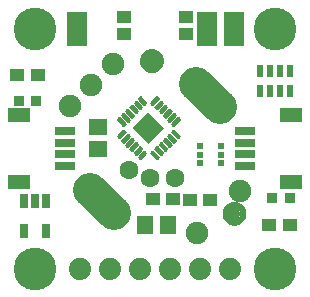
<source format=gbr>
G04 EAGLE Gerber RS-274X export*
G75*
%MOMM*%
%FSLAX34Y34*%
%LPD*%
%INSoldermask Top*%
%IPPOS*%
%AMOC8*
5,1,8,0,0,1.08239X$1,22.5*%
G01*
%ADD10C,0.240406*%
%ADD11R,1.879600X1.879600*%
%ADD12R,1.176600X1.101600*%
%ADD13R,1.651000X2.921000*%
%ADD14C,1.601600*%
%ADD15C,1.901600*%
%ADD16C,2.901600*%
%ADD17R,1.601600X1.341600*%
%ADD18R,0.651600X1.301600*%
%ADD19R,1.341600X1.601600*%
%ADD20R,0.551600X1.001600*%
%ADD21R,0.601600X0.601600*%
%ADD22R,0.601600X0.501600*%
%ADD23C,1.879600*%
%ADD24C,3.617600*%
%ADD25R,1.651600X0.701600*%
%ADD26R,1.901600X1.301600*%
%ADD27C,1.101600*%
%ADD28C,0.469900*%
%ADD29R,0.901600X0.901600*%
%ADD30R,1.301600X1.001600*%


D10*
X147229Y151667D02*
X142555Y146993D01*
X141557Y147991D01*
X146231Y152665D01*
X147229Y151667D01*
X144839Y149277D02*
X142843Y149277D01*
X145127Y151561D02*
X147123Y151561D01*
X143693Y155203D02*
X139019Y150529D01*
X138021Y151527D01*
X142695Y156201D01*
X143693Y155203D01*
X141303Y152813D02*
X139307Y152813D01*
X141591Y155097D02*
X143587Y155097D01*
X140158Y158738D02*
X135484Y154064D01*
X134486Y155062D01*
X139160Y159736D01*
X140158Y158738D01*
X137768Y156348D02*
X135772Y156348D01*
X138056Y158632D02*
X140052Y158632D01*
X136622Y162274D02*
X131948Y157600D01*
X130950Y158598D01*
X135624Y163272D01*
X136622Y162274D01*
X134232Y159884D02*
X132236Y159884D01*
X134520Y162168D02*
X136516Y162168D01*
X133087Y165809D02*
X128413Y161135D01*
X127415Y162133D01*
X132089Y166807D01*
X133087Y165809D01*
X130697Y163419D02*
X128701Y163419D01*
X130985Y165703D02*
X132981Y165703D01*
X129551Y169345D02*
X124877Y164671D01*
X123879Y165669D01*
X128553Y170343D01*
X129551Y169345D01*
X127161Y166955D02*
X125165Y166955D01*
X127449Y169239D02*
X129445Y169239D01*
X117947Y164671D02*
X113273Y169345D01*
X114271Y170343D01*
X118945Y165669D01*
X117947Y164671D01*
X117659Y166955D02*
X115663Y166955D01*
X115375Y169239D02*
X113379Y169239D01*
X109737Y165809D02*
X114411Y161135D01*
X109737Y165809D02*
X110735Y166807D01*
X115409Y162133D01*
X114411Y161135D01*
X114123Y163419D02*
X112127Y163419D01*
X111839Y165703D02*
X109843Y165703D01*
X106202Y162274D02*
X110876Y157600D01*
X106202Y162274D02*
X107200Y163272D01*
X111874Y158598D01*
X110876Y157600D01*
X110588Y159884D02*
X108592Y159884D01*
X108304Y162168D02*
X106308Y162168D01*
X102666Y158738D02*
X107340Y154064D01*
X102666Y158738D02*
X103664Y159736D01*
X108338Y155062D01*
X107340Y154064D01*
X107052Y156348D02*
X105056Y156348D01*
X104768Y158632D02*
X102772Y158632D01*
X99131Y155203D02*
X103805Y150529D01*
X99131Y155203D02*
X100129Y156201D01*
X104803Y151527D01*
X103805Y150529D01*
X103517Y152813D02*
X101521Y152813D01*
X101233Y155097D02*
X99237Y155097D01*
X95595Y151667D02*
X100269Y146993D01*
X95595Y151667D02*
X96593Y152665D01*
X101267Y147991D01*
X100269Y146993D01*
X99981Y149277D02*
X97985Y149277D01*
X97697Y151561D02*
X95701Y151561D01*
X100269Y142059D02*
X95595Y137385D01*
X100269Y142059D02*
X101267Y141061D01*
X96593Y136387D01*
X95595Y137385D01*
X96881Y138671D02*
X98877Y138671D01*
X99165Y140955D02*
X101161Y140955D01*
X103805Y138523D02*
X99131Y133849D01*
X103805Y138523D02*
X104803Y137525D01*
X100129Y132851D01*
X99131Y133849D01*
X100417Y135135D02*
X102413Y135135D01*
X102701Y137419D02*
X104697Y137419D01*
X107340Y134988D02*
X102666Y130314D01*
X107340Y134988D02*
X108338Y133990D01*
X103664Y129316D01*
X102666Y130314D01*
X103952Y131600D02*
X105948Y131600D01*
X106236Y133884D02*
X108232Y133884D01*
X110876Y131452D02*
X106202Y126778D01*
X110876Y131452D02*
X111874Y130454D01*
X107200Y125780D01*
X106202Y126778D01*
X107488Y128064D02*
X109484Y128064D01*
X109772Y130348D02*
X111768Y130348D01*
X114411Y127917D02*
X109737Y123243D01*
X114411Y127917D02*
X115409Y126919D01*
X110735Y122245D01*
X109737Y123243D01*
X111023Y124529D02*
X113019Y124529D01*
X113307Y126813D02*
X115303Y126813D01*
X117947Y124381D02*
X113273Y119707D01*
X117947Y124381D02*
X118945Y123383D01*
X114271Y118709D01*
X113273Y119707D01*
X114559Y120993D02*
X116555Y120993D01*
X116843Y123277D02*
X118839Y123277D01*
X124877Y124381D02*
X129551Y119707D01*
X128553Y118709D01*
X123879Y123383D01*
X124877Y124381D01*
X126269Y120993D02*
X128265Y120993D01*
X125981Y123277D02*
X123985Y123277D01*
X128413Y127917D02*
X133087Y123243D01*
X132089Y122245D01*
X127415Y126919D01*
X128413Y127917D01*
X129805Y124529D02*
X131801Y124529D01*
X129517Y126813D02*
X127521Y126813D01*
X131948Y131452D02*
X136622Y126778D01*
X135624Y125780D01*
X130950Y130454D01*
X131948Y131452D01*
X133340Y128064D02*
X135336Y128064D01*
X133052Y130348D02*
X131056Y130348D01*
X135484Y134988D02*
X140158Y130314D01*
X139160Y129316D01*
X134486Y133990D01*
X135484Y134988D01*
X136876Y131600D02*
X138872Y131600D01*
X136588Y133884D02*
X134592Y133884D01*
X139019Y138523D02*
X143693Y133849D01*
X142695Y132851D01*
X138021Y137525D01*
X139019Y138523D01*
X140411Y135135D02*
X142407Y135135D01*
X140123Y137419D02*
X138127Y137419D01*
X142555Y142059D02*
X147229Y137385D01*
X146231Y136387D01*
X141557Y141061D01*
X142555Y142059D01*
X143947Y138671D02*
X145943Y138671D01*
X143659Y140955D02*
X141663Y140955D01*
D11*
G36*
X108122Y144526D02*
X121412Y157816D01*
X134702Y144526D01*
X121412Y131236D01*
X108122Y144526D01*
G37*
D12*
X125358Y84328D03*
X142358Y84328D03*
D13*
X194310Y228600D03*
X171450Y228600D03*
D14*
X122936Y102108D03*
X143764Y102108D03*
X104648Y109220D03*
D15*
X73118Y180882D03*
X55158Y162921D03*
X91079Y198842D03*
D16*
X72199Y91998D02*
X91998Y72199D01*
X181801Y162002D02*
X162002Y181801D01*
D15*
X162921Y55158D03*
X198842Y91079D03*
D17*
X78740Y126390D03*
X78740Y145390D03*
D18*
X34900Y82851D03*
X25400Y82851D03*
X15900Y82851D03*
X15900Y56849D03*
X34900Y56849D03*
D19*
X137770Y62230D03*
X118770Y62230D03*
D12*
X156600Y83820D03*
X173600Y83820D03*
D20*
X241600Y175650D03*
X241600Y192650D03*
X232600Y175650D03*
X224600Y175650D03*
X215600Y175650D03*
X215600Y192650D03*
X232600Y192650D03*
X224600Y192650D03*
D21*
X164990Y129420D03*
D22*
X164990Y121920D03*
D21*
X164990Y114420D03*
X182990Y114420D03*
D22*
X182990Y121920D03*
D21*
X182990Y129420D03*
D23*
X190500Y25400D03*
X165100Y25400D03*
X139700Y25400D03*
X114300Y25400D03*
X88900Y25400D03*
X63500Y25400D03*
D24*
X25400Y228600D03*
X228600Y228600D03*
D25*
X203460Y122000D03*
X203460Y132000D03*
X203460Y112000D03*
X203460Y142000D03*
D26*
X242460Y99000D03*
X242460Y155000D03*
D25*
X50540Y132000D03*
X50540Y122000D03*
X50540Y142000D03*
X50540Y112000D03*
D26*
X11540Y155000D03*
X11540Y99000D03*
D27*
X194310Y71755D03*
D28*
X194310Y79255D02*
X194129Y79253D01*
X193948Y79246D01*
X193767Y79235D01*
X193586Y79220D01*
X193406Y79200D01*
X193226Y79176D01*
X193047Y79148D01*
X192869Y79115D01*
X192692Y79078D01*
X192515Y79037D01*
X192340Y78992D01*
X192165Y78942D01*
X191992Y78888D01*
X191821Y78830D01*
X191650Y78768D01*
X191482Y78701D01*
X191315Y78631D01*
X191149Y78557D01*
X190986Y78478D01*
X190825Y78396D01*
X190665Y78310D01*
X190508Y78220D01*
X190353Y78126D01*
X190200Y78029D01*
X190050Y77927D01*
X189902Y77823D01*
X189756Y77714D01*
X189614Y77603D01*
X189474Y77487D01*
X189337Y77369D01*
X189202Y77247D01*
X189071Y77122D01*
X188943Y76994D01*
X188818Y76863D01*
X188696Y76728D01*
X188578Y76591D01*
X188462Y76451D01*
X188351Y76309D01*
X188242Y76163D01*
X188138Y76015D01*
X188036Y75865D01*
X187939Y75712D01*
X187845Y75557D01*
X187755Y75400D01*
X187669Y75240D01*
X187587Y75079D01*
X187508Y74916D01*
X187434Y74750D01*
X187364Y74583D01*
X187297Y74415D01*
X187235Y74244D01*
X187177Y74073D01*
X187123Y73900D01*
X187073Y73725D01*
X187028Y73550D01*
X186987Y73373D01*
X186950Y73196D01*
X186917Y73018D01*
X186889Y72839D01*
X186865Y72659D01*
X186845Y72479D01*
X186830Y72298D01*
X186819Y72117D01*
X186812Y71936D01*
X186810Y71755D01*
X194310Y79255D02*
X194491Y79253D01*
X194672Y79246D01*
X194853Y79235D01*
X195034Y79220D01*
X195214Y79200D01*
X195394Y79176D01*
X195573Y79148D01*
X195751Y79115D01*
X195928Y79078D01*
X196105Y79037D01*
X196280Y78992D01*
X196455Y78942D01*
X196628Y78888D01*
X196799Y78830D01*
X196970Y78768D01*
X197138Y78701D01*
X197305Y78631D01*
X197471Y78557D01*
X197634Y78478D01*
X197795Y78396D01*
X197955Y78310D01*
X198112Y78220D01*
X198267Y78126D01*
X198420Y78029D01*
X198570Y77927D01*
X198718Y77823D01*
X198864Y77714D01*
X199006Y77603D01*
X199146Y77487D01*
X199283Y77369D01*
X199418Y77247D01*
X199549Y77122D01*
X199677Y76994D01*
X199802Y76863D01*
X199924Y76728D01*
X200042Y76591D01*
X200158Y76451D01*
X200269Y76309D01*
X200378Y76163D01*
X200482Y76015D01*
X200584Y75865D01*
X200681Y75712D01*
X200775Y75557D01*
X200865Y75400D01*
X200951Y75240D01*
X201033Y75079D01*
X201112Y74916D01*
X201186Y74750D01*
X201256Y74583D01*
X201323Y74415D01*
X201385Y74244D01*
X201443Y74073D01*
X201497Y73900D01*
X201547Y73725D01*
X201592Y73550D01*
X201633Y73373D01*
X201670Y73196D01*
X201703Y73018D01*
X201731Y72839D01*
X201755Y72659D01*
X201775Y72479D01*
X201790Y72298D01*
X201801Y72117D01*
X201808Y71936D01*
X201810Y71755D01*
X201808Y71574D01*
X201801Y71393D01*
X201790Y71212D01*
X201775Y71031D01*
X201755Y70851D01*
X201731Y70671D01*
X201703Y70492D01*
X201670Y70314D01*
X201633Y70137D01*
X201592Y69960D01*
X201547Y69785D01*
X201497Y69610D01*
X201443Y69437D01*
X201385Y69266D01*
X201323Y69095D01*
X201256Y68927D01*
X201186Y68760D01*
X201112Y68594D01*
X201033Y68431D01*
X200951Y68270D01*
X200865Y68110D01*
X200775Y67953D01*
X200681Y67798D01*
X200584Y67645D01*
X200482Y67495D01*
X200378Y67347D01*
X200269Y67201D01*
X200158Y67059D01*
X200042Y66919D01*
X199924Y66782D01*
X199802Y66647D01*
X199677Y66516D01*
X199549Y66388D01*
X199418Y66263D01*
X199283Y66141D01*
X199146Y66023D01*
X199006Y65907D01*
X198864Y65796D01*
X198718Y65687D01*
X198570Y65583D01*
X198420Y65481D01*
X198267Y65384D01*
X198112Y65290D01*
X197955Y65200D01*
X197795Y65114D01*
X197634Y65032D01*
X197471Y64953D01*
X197305Y64879D01*
X197138Y64809D01*
X196970Y64742D01*
X196799Y64680D01*
X196628Y64622D01*
X196455Y64568D01*
X196280Y64518D01*
X196105Y64473D01*
X195928Y64432D01*
X195751Y64395D01*
X195573Y64362D01*
X195394Y64334D01*
X195214Y64310D01*
X195034Y64290D01*
X194853Y64275D01*
X194672Y64264D01*
X194491Y64257D01*
X194310Y64255D01*
X194129Y64257D01*
X193948Y64264D01*
X193767Y64275D01*
X193586Y64290D01*
X193406Y64310D01*
X193226Y64334D01*
X193047Y64362D01*
X192869Y64395D01*
X192692Y64432D01*
X192515Y64473D01*
X192340Y64518D01*
X192165Y64568D01*
X191992Y64622D01*
X191821Y64680D01*
X191650Y64742D01*
X191482Y64809D01*
X191315Y64879D01*
X191149Y64953D01*
X190986Y65032D01*
X190825Y65114D01*
X190665Y65200D01*
X190508Y65290D01*
X190353Y65384D01*
X190200Y65481D01*
X190050Y65583D01*
X189902Y65687D01*
X189756Y65796D01*
X189614Y65907D01*
X189474Y66023D01*
X189337Y66141D01*
X189202Y66263D01*
X189071Y66388D01*
X188943Y66516D01*
X188818Y66647D01*
X188696Y66782D01*
X188578Y66919D01*
X188462Y67059D01*
X188351Y67201D01*
X188242Y67347D01*
X188138Y67495D01*
X188036Y67645D01*
X187939Y67798D01*
X187845Y67953D01*
X187755Y68110D01*
X187669Y68270D01*
X187587Y68431D01*
X187508Y68594D01*
X187434Y68760D01*
X187364Y68927D01*
X187297Y69095D01*
X187235Y69266D01*
X187177Y69437D01*
X187123Y69610D01*
X187073Y69785D01*
X187028Y69960D01*
X186987Y70137D01*
X186950Y70314D01*
X186917Y70492D01*
X186889Y70671D01*
X186865Y70851D01*
X186845Y71031D01*
X186830Y71212D01*
X186819Y71393D01*
X186812Y71574D01*
X186810Y71755D01*
D27*
X124460Y201041D03*
D28*
X124460Y208541D02*
X124279Y208539D01*
X124098Y208532D01*
X123917Y208521D01*
X123736Y208506D01*
X123556Y208486D01*
X123376Y208462D01*
X123197Y208434D01*
X123019Y208401D01*
X122842Y208364D01*
X122665Y208323D01*
X122490Y208278D01*
X122315Y208228D01*
X122142Y208174D01*
X121971Y208116D01*
X121800Y208054D01*
X121632Y207987D01*
X121465Y207917D01*
X121299Y207843D01*
X121136Y207764D01*
X120975Y207682D01*
X120815Y207596D01*
X120658Y207506D01*
X120503Y207412D01*
X120350Y207315D01*
X120200Y207213D01*
X120052Y207109D01*
X119906Y207000D01*
X119764Y206889D01*
X119624Y206773D01*
X119487Y206655D01*
X119352Y206533D01*
X119221Y206408D01*
X119093Y206280D01*
X118968Y206149D01*
X118846Y206014D01*
X118728Y205877D01*
X118612Y205737D01*
X118501Y205595D01*
X118392Y205449D01*
X118288Y205301D01*
X118186Y205151D01*
X118089Y204998D01*
X117995Y204843D01*
X117905Y204686D01*
X117819Y204526D01*
X117737Y204365D01*
X117658Y204202D01*
X117584Y204036D01*
X117514Y203869D01*
X117447Y203701D01*
X117385Y203530D01*
X117327Y203359D01*
X117273Y203186D01*
X117223Y203011D01*
X117178Y202836D01*
X117137Y202659D01*
X117100Y202482D01*
X117067Y202304D01*
X117039Y202125D01*
X117015Y201945D01*
X116995Y201765D01*
X116980Y201584D01*
X116969Y201403D01*
X116962Y201222D01*
X116960Y201041D01*
X124460Y208541D02*
X124641Y208539D01*
X124822Y208532D01*
X125003Y208521D01*
X125184Y208506D01*
X125364Y208486D01*
X125544Y208462D01*
X125723Y208434D01*
X125901Y208401D01*
X126078Y208364D01*
X126255Y208323D01*
X126430Y208278D01*
X126605Y208228D01*
X126778Y208174D01*
X126949Y208116D01*
X127120Y208054D01*
X127288Y207987D01*
X127455Y207917D01*
X127621Y207843D01*
X127784Y207764D01*
X127945Y207682D01*
X128105Y207596D01*
X128262Y207506D01*
X128417Y207412D01*
X128570Y207315D01*
X128720Y207213D01*
X128868Y207109D01*
X129014Y207000D01*
X129156Y206889D01*
X129296Y206773D01*
X129433Y206655D01*
X129568Y206533D01*
X129699Y206408D01*
X129827Y206280D01*
X129952Y206149D01*
X130074Y206014D01*
X130192Y205877D01*
X130308Y205737D01*
X130419Y205595D01*
X130528Y205449D01*
X130632Y205301D01*
X130734Y205151D01*
X130831Y204998D01*
X130925Y204843D01*
X131015Y204686D01*
X131101Y204526D01*
X131183Y204365D01*
X131262Y204202D01*
X131336Y204036D01*
X131406Y203869D01*
X131473Y203701D01*
X131535Y203530D01*
X131593Y203359D01*
X131647Y203186D01*
X131697Y203011D01*
X131742Y202836D01*
X131783Y202659D01*
X131820Y202482D01*
X131853Y202304D01*
X131881Y202125D01*
X131905Y201945D01*
X131925Y201765D01*
X131940Y201584D01*
X131951Y201403D01*
X131958Y201222D01*
X131960Y201041D01*
X131958Y200860D01*
X131951Y200679D01*
X131940Y200498D01*
X131925Y200317D01*
X131905Y200137D01*
X131881Y199957D01*
X131853Y199778D01*
X131820Y199600D01*
X131783Y199423D01*
X131742Y199246D01*
X131697Y199071D01*
X131647Y198896D01*
X131593Y198723D01*
X131535Y198552D01*
X131473Y198381D01*
X131406Y198213D01*
X131336Y198046D01*
X131262Y197880D01*
X131183Y197717D01*
X131101Y197556D01*
X131015Y197396D01*
X130925Y197239D01*
X130831Y197084D01*
X130734Y196931D01*
X130632Y196781D01*
X130528Y196633D01*
X130419Y196487D01*
X130308Y196345D01*
X130192Y196205D01*
X130074Y196068D01*
X129952Y195933D01*
X129827Y195802D01*
X129699Y195674D01*
X129568Y195549D01*
X129433Y195427D01*
X129296Y195309D01*
X129156Y195193D01*
X129014Y195082D01*
X128868Y194973D01*
X128720Y194869D01*
X128570Y194767D01*
X128417Y194670D01*
X128262Y194576D01*
X128105Y194486D01*
X127945Y194400D01*
X127784Y194318D01*
X127621Y194239D01*
X127455Y194165D01*
X127288Y194095D01*
X127120Y194028D01*
X126949Y193966D01*
X126778Y193908D01*
X126605Y193854D01*
X126430Y193804D01*
X126255Y193759D01*
X126078Y193718D01*
X125901Y193681D01*
X125723Y193648D01*
X125544Y193620D01*
X125364Y193596D01*
X125184Y193576D01*
X125003Y193561D01*
X124822Y193550D01*
X124641Y193543D01*
X124460Y193541D01*
X124279Y193543D01*
X124098Y193550D01*
X123917Y193561D01*
X123736Y193576D01*
X123556Y193596D01*
X123376Y193620D01*
X123197Y193648D01*
X123019Y193681D01*
X122842Y193718D01*
X122665Y193759D01*
X122490Y193804D01*
X122315Y193854D01*
X122142Y193908D01*
X121971Y193966D01*
X121800Y194028D01*
X121632Y194095D01*
X121465Y194165D01*
X121299Y194239D01*
X121136Y194318D01*
X120975Y194400D01*
X120815Y194486D01*
X120658Y194576D01*
X120503Y194670D01*
X120350Y194767D01*
X120200Y194869D01*
X120052Y194973D01*
X119906Y195082D01*
X119764Y195193D01*
X119624Y195309D01*
X119487Y195427D01*
X119352Y195549D01*
X119221Y195674D01*
X119093Y195802D01*
X118968Y195933D01*
X118846Y196068D01*
X118728Y196205D01*
X118612Y196345D01*
X118501Y196487D01*
X118392Y196633D01*
X118288Y196781D01*
X118186Y196931D01*
X118089Y197084D01*
X117995Y197239D01*
X117905Y197396D01*
X117819Y197556D01*
X117737Y197717D01*
X117658Y197880D01*
X117584Y198046D01*
X117514Y198213D01*
X117447Y198381D01*
X117385Y198552D01*
X117327Y198723D01*
X117273Y198896D01*
X117223Y199071D01*
X117178Y199246D01*
X117137Y199423D01*
X117100Y199600D01*
X117067Y199778D01*
X117039Y199957D01*
X117015Y200137D01*
X116995Y200317D01*
X116980Y200498D01*
X116969Y200679D01*
X116962Y200860D01*
X116960Y201041D01*
D24*
X25400Y25400D03*
X228600Y25400D03*
D29*
X226180Y85090D03*
X241180Y85090D03*
D12*
X223910Y62230D03*
X240910Y62230D03*
D13*
X60960Y228600D03*
D29*
X26550Y167640D03*
X11550Y167640D03*
D12*
X27550Y189230D03*
X10550Y189230D03*
D30*
X100500Y223640D03*
X100500Y238640D03*
X153500Y223640D03*
X153500Y238640D03*
M02*

</source>
